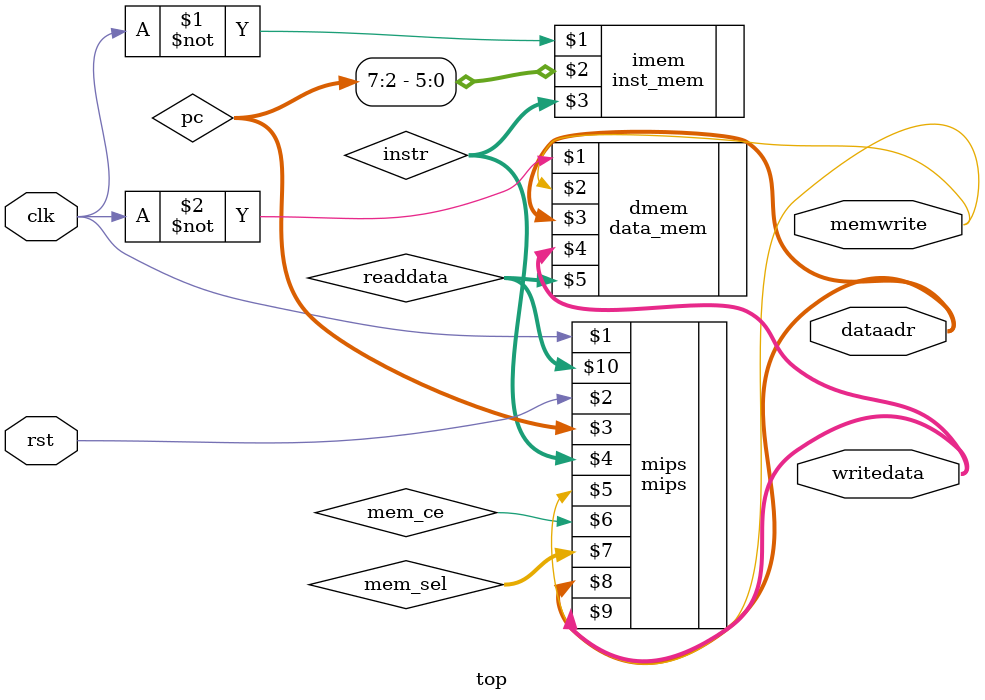
<source format=v>
`timescale 1ns / 1ps


module top(
	input wire clk,rst,
	output wire[31:0] writedata,dataadr,
	output wire memwrite
    );

	wire[31:0] pc,instr,readdata;
	wire mem_ce;
	wire [3:0] mem_sel;

	mips mips(clk,rst,pc,instr,memwrite,mem_ce,mem_sel,dataadr,writedata,readdata);
	inst_mem imem(~clk,pc[7:2],instr);
	data_mem dmem(~clk,memwrite,dataadr,writedata,readdata);
endmodule

</source>
